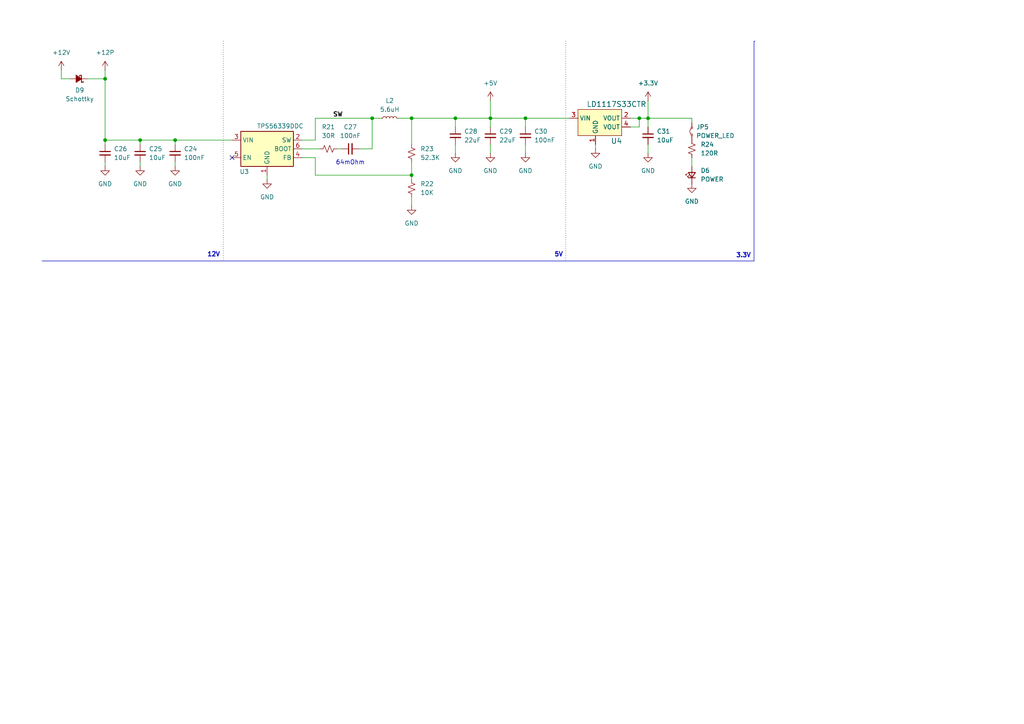
<source format=kicad_sch>
(kicad_sch (version 20250114) (generator "eeschema") (generator_version "9.0")
  (paper "A4")
  (title_block (title "LINBoard") (date "2025-08-11") (rev "V1") (company "Dingo Electronics") (comment 1 "Cory Grant"))
  (lib_symbols
    (symbol "Device:C_Small" (pin_numbers (hide yes)) (pin_names (offset 0.254) (hide yes))
      (property "Reference" "C" (at 0.254 1.778 0))
      (property "Value" "C_Small" (at 0.254 -2.032 0))
      (symbol "C_Small_0_1"
        (polyline (pts (xy -1.524 0.508) (xy 1.524 0.508)) (stroke (width 0.3048)))
        (polyline (pts (xy -1.524 -0.508) (xy 1.524 -0.508)) (stroke (width 0.3302)))
      )
      (symbol "C_Small_1_1"
        (pin passive line (at 0 2.54 270) (length 2.032) (name "~") (number "1"))
        (pin passive line (at 0 -2.54 90) (length 2.032) (name "~") (number "2"))
      )
    )
    (symbol "Device:D_Schottky_Small_Filled" (pin_numbers (hide yes)) (pin_names (offset 0.254) (hide yes))
      (property "Reference" "D" (at -1.27 2.032 0))
      (property "Value" "D_Schottky_Small_Filled" (at -7.112 -2.032 0))
      (symbol "D_Schottky_Small_Filled_0_1"
        (polyline (pts (xy -1.27 0.762) (xy -1.27 1.016) (xy -0.762 1.016) (xy -0.762 -1.016) (xy -0.254 -1.016) (xy -0.254 -0.762)) (stroke (width 0.254)))
        (polyline (pts (xy -0.762 0) (xy 0.762 0)))
        (polyline (pts (xy 0.762 -1.016) (xy -0.762 0) (xy 0.762 1.016) (xy 0.762 -1.016)) (stroke (width 0.254)) (fill (type outline)))
      )
      (symbol "D_Schottky_Small_Filled_1_1"
        (pin passive line (at -2.54 0 0) (length 1.778) (name "K") (number "1"))
        (pin passive line (at 2.54 0 180) (length 1.778) (name "A") (number "2"))
      )
    )
    (symbol "Device:LED_Small" (pin_numbers (hide yes)) (pin_names (offset 0.254) (hide yes))
      (property "Reference" "D" (at -1.27 3.175 0))
      (property "Value" "LED_Small" (at -4.445 -2.54 0))
      (symbol "LED_Small_0_1"
        (polyline (pts (xy -0.762 -1.016) (xy -0.762 1.016)) (stroke (width 0.254)))
        (polyline (pts (xy 0 0.762) (xy -0.508 1.27) (xy -0.254 1.27) (xy -0.508 1.27) (xy -0.508 1.016)))
        (polyline (pts (xy 0.508 1.27) (xy 0 1.778) (xy 0.254 1.778) (xy 0 1.778) (xy 0 1.524)))
        (polyline (pts (xy 0.762 -1.016) (xy -0.762 0) (xy 0.762 1.016) (xy 0.762 -1.016)) (stroke (width 0.254)))
        (polyline (pts (xy 1.016 0) (xy -0.762 0)))
      )
      (symbol "LED_Small_1_1"
        (pin passive line (at -2.54 0 0) (length 1.778) (name "K") (number "1"))
        (pin passive line (at 2.54 0 180) (length 1.778) (name "A") (number "2"))
      )
    )
    (symbol "Device:L_Small" (pin_numbers (hide yes)) (pin_names (offset 0.254) (hide yes))
      (property "Reference" "L" (at 0.762 1.016 0))
      (property "Value" "L_Small" (at 0.762 -1.016 0))
      (symbol "L_Small_0_1"
        (arc (start 0 2.032) (mid 0.5058 1.524) (end 0 1.016))
        (arc (start 0 1.016) (mid 0.5058 0.508) (end 0 0))
        (arc (start 0 0) (mid 0.5058 -0.508) (end 0 -1.016))
        (arc (start 0 -1.016) (mid 0.5058 -1.524) (end 0 -2.032))
      )
      (symbol "L_Small_1_1"
        (pin passive line (at 0 2.54 270) (length 0.508) (name "~") (number "1"))
        (pin passive line (at 0 -2.54 90) (length 0.508) (name "~") (number "2"))
      )
    )
    (symbol "Device:R_Small_US" (pin_numbers (hide yes)) (pin_names (offset 0.254) (hide yes))
      (property "Reference" "R" (at 0.762 0.508 0))
      (property "Value" "R_Small_US" (at 0.762 -1.016 0))
      (symbol "R_Small_US_1_1"
        (polyline (pts (xy 0 1.524) (xy 1.016 1.143) (xy 0 0.762) (xy -1.016 0.381) (xy 0 0)))
        (polyline (pts (xy 0 0) (xy 1.016 -0.381) (xy 0 -0.762) (xy -1.016 -1.143) (xy 0 -1.524)))
        (pin passive line (at 0 2.54 270) (length 1.016) (name "~") (number "1"))
        (pin passive line (at 0 -2.54 90) (length 1.016) (name "~") (number "2"))
      )
    )
    (symbol "Jumper:Jumper_2_Small_Bridged" (pin_numbers (hide yes)) (pin_names (offset 0) (hide yes))
      (property "Reference" "JP" (at 0 2.032 0))
      (property "Value" "Jumper_2_Small_Bridged" (at 0 -2.286 0))
      (symbol "Jumper_2_Small_Bridged_0_0"
        (circle (center -1.016 0) (radius 0.254))
        (circle (center 1.016 0) (radius 0.254))
      )
      (symbol "Jumper_2_Small_Bridged_0_1"
        (arc (start -0.762 0.254) (mid 0 0.5696) (end 0.762 0.254))
      )
      (symbol "Jumper_2_Small_Bridged_1_1"
        (pin passive line (at -2.54 0 0) (length 1.27) (name "A") (number "1"))
        (pin passive line (at 2.54 0 180) (length 1.27) (name "B") (number "2"))
      )
    )
    (symbol "Regulator_Switching:TPS56339DDC"
      (property "Reference" "U" (at -7.62 6.35 0))
      (property "Value" "TPS56339DDC" (at -2.54 6.35 0))
      (symbol "TPS56339DDC_0_1"
        (rectangle (start -7.62 5.08) (end 7.62 -5.08) (stroke (width 0.254)) (fill (type background)))
      )
      (symbol "TPS56339DDC_1_1"
        (pin power_in line (at -10.16 2.54 0) (length 2.54) (name "VIN") (number "3"))
        (pin input line (at -10.16 -2.54 0) (length 2.54) (name "EN") (number "5"))
        (pin power_in line (at 0 -7.62 90) (length 2.54) (name "GND") (number "1"))
        (pin power_out line (at 10.16 2.54 180) (length 2.54) (name "SW") (number "2"))
        (pin passive line (at 10.16 0 180) (length 2.54) (name "BOOT") (number "6"))
        (pin input line (at 10.16 -2.54 180) (length 2.54) (name "FB") (number "4"))
      )
    )
    (symbol "dk_PMIC-Voltage-Regulators-Linear:LD1117S33CTR"
      (property "Reference" "U" (at 1.27 3.81 0))
      (property "Value" "LD1117S33CTR" (at 1.27 6.35 0))
      (symbol "LD1117S33CTR_1_1"
        (rectangle (start -5.08 2.54) (end 7.62 -5.08) (fill (type background)))
        (pin power_in line (at -7.62 0 0) (length 2.54) (name "VIN") (number "3"))
        (pin power_in line (at 0 -7.62 90) (length 2.54) (name "GND") (number "1"))
        (pin power_out line (at 10.16 0 180) (length 2.54) (name "VOUT") (number "2"))
        (pin power_out line (at 10.16 -2.54 180) (length 2.54) (name "VOUT") (number "4"))
      )
    )
    (symbol "power:+12P" (power) (pin_numbers (hide yes)) (pin_names (offset 0) (hide yes))
      (property "Value" "+12P" (at 0 3.556 0))
      (symbol "+12P_0_1"
        (polyline (pts (xy -0.762 1.27) (xy 0 2.54)))
        (polyline (pts (xy 0 2.54) (xy 0.762 1.27)))
        (polyline (pts (xy 0 0) (xy 0 2.54)))
      )
      (symbol "+12P_1_1"
        (pin power_in line (at 0 0 90) (length 0) (name "~") (number "1"))
      )
    )
    (symbol "power:+12V" (power) (pin_numbers (hide yes)) (pin_names (offset 0) (hide yes))
      (property "Value" "+12V" (at 0 3.556 0))
      (symbol "+12V_0_1"
        (polyline (pts (xy -0.762 1.27) (xy 0 2.54)))
        (polyline (pts (xy 0 2.54) (xy 0.762 1.27)))
        (polyline (pts (xy 0 0) (xy 0 2.54)))
      )
      (symbol "+12V_1_1"
        (pin power_in line (at 0 0 90) (length 0) (name "~") (number "1"))
      )
    )
    (symbol "power:+3.3V" (power) (pin_numbers (hide yes)) (pin_names (offset 0) (hide yes))
      (property "Value" "+3.3V" (at 0 3.556 0))
      (symbol "+3.3V_0_1"
        (polyline (pts (xy -0.762 1.27) (xy 0 2.54)))
        (polyline (pts (xy 0 2.54) (xy 0.762 1.27)))
        (polyline (pts (xy 0 0) (xy 0 2.54)))
      )
      (symbol "+3.3V_1_1"
        (pin power_in line (at 0 0 90) (length 0) (name "~") (number "1"))
      )
    )
    (symbol "power:+5V" (power) (pin_numbers (hide yes)) (pin_names (offset 0) (hide yes))
      (property "Value" "+5V" (at 0 3.556 0))
      (symbol "+5V_0_1"
        (polyline (pts (xy -0.762 1.27) (xy 0 2.54)))
        (polyline (pts (xy 0 2.54) (xy 0.762 1.27)))
        (polyline (pts (xy 0 0) (xy 0 2.54)))
      )
      (symbol "+5V_1_1"
        (pin power_in line (at 0 0 90) (length 0) (name "~") (number "1"))
      )
    )
    (symbol "power:GND" (power) (pin_numbers (hide yes)) (pin_names (offset 0) (hide yes))
      (property "Value" "GND" (at 0 -3.81 0))
      (symbol "GND_0_1"
        (polyline (pts (xy 0 0) (xy 0 -1.27) (xy 1.27 -1.27) (xy 0 -2.54) (xy -1.27 -1.27) (xy 0 -1.27)))
      )
      (symbol "GND_1_1"
        (pin power_in line (at 0 0 270) (length 0) (name "~") (number "1"))
      )
    )
  )
  (text "64mOhm" (at 101.6 47.244 0) (effects (font (size 1.27 1.27))))
  (text "5V" (at 162.052 73.914 0) (effects (font (size 1.27 1.27) (thickness 0.254) (bold yes))))
  (text "12V" (at 61.976 73.914 0) (effects (font (size 1.27 1.27) (thickness 0.254) (bold yes))))
  (text "3.3V" (at 215.646 74.168 0) (effects (font (size 1.27 1.27) (thickness 0.254) (bold yes))))
  (junction (at 152.4 34.29))
  (junction (at 40.64 40.64))
  (junction (at 132.08 34.29))
  (junction (at 30.48 22.86))
  (junction (at 119.38 50.8))
  (junction (at 185.42 34.29))
  (junction (at 107.95 34.29))
  (junction (at 50.8 40.64))
  (junction (at 142.24 34.29))
  (junction (at 30.48 40.64))
  (junction (at 187.96 34.29))
  (junction (at 119.38 34.29))
  (no_connect (at 67.31 45.72))
  (wire (pts (xy 187.96 34.29) (xy 187.96 36.83)))
  (wire (pts (xy 40.64 48.26) (xy 40.64 46.99)))
  (wire (pts (xy 119.38 34.29) (xy 119.38 41.91)))
  (wire (pts (xy 142.24 34.29) (xy 152.4 34.29)))
  (wire (pts (xy 119.38 34.29) (xy 132.08 34.29)))
  (wire (pts (xy 91.44 45.72) (xy 91.44 50.8)))
  (wire (pts (xy 87.63 45.72) (xy 91.44 45.72)))
  (wire (pts (xy 30.48 20.32) (xy 30.48 22.86)))
  (wire (pts (xy 200.66 45.72) (xy 200.66 48.26)))
  (polyline (pts (xy 164.084 11.938) (xy 164.084 75.438)) (stroke (width 0) (type dot)))
  (wire (pts (xy 87.63 40.64) (xy 91.44 40.64)))
  (polyline (pts (xy 12.192 75.692) (xy 218.694 75.692)))
  (wire (pts (xy 50.8 40.64) (xy 67.31 40.64)))
  (wire (pts (xy 187.96 44.45) (xy 187.96 41.91)))
  (wire (pts (xy 200.66 34.29) (xy 200.66 35.56)))
  (wire (pts (xy 172.72 43.18) (xy 172.72 41.91)))
  (wire (pts (xy 107.95 43.18) (xy 107.95 34.29)))
  (wire (pts (xy 107.95 34.29) (xy 110.49 34.29)))
  (wire (pts (xy 87.63 43.18) (xy 92.71 43.18)))
  (wire (pts (xy 50.8 48.26) (xy 50.8 46.99)))
  (wire (pts (xy 40.64 40.64) (xy 50.8 40.64)))
  (wire (pts (xy 142.24 34.29) (xy 132.08 34.29)))
  (wire (pts (xy 185.42 34.29) (xy 187.96 34.29)))
  (wire (pts (xy 132.08 44.45) (xy 132.08 41.91)))
  (wire (pts (xy 142.24 36.83) (xy 142.24 34.29)))
  (polyline (pts (xy 64.77 11.938) (xy 64.77 75.438)) (stroke (width 0) (type dot)))
  (wire (pts (xy 40.64 40.64) (xy 40.64 41.91)))
  (wire (pts (xy 30.48 48.26) (xy 30.48 46.99)))
  (wire (pts (xy 115.57 34.29) (xy 119.38 34.29)))
  (wire (pts (xy 97.79 43.18) (xy 99.06 43.18)))
  (wire (pts (xy 132.08 34.29) (xy 132.08 36.83)))
  (wire (pts (xy 152.4 34.29) (xy 165.1 34.29)))
  (wire (pts (xy 77.47 52.07) (xy 77.47 50.8)))
  (wire (pts (xy 119.38 50.8) (xy 119.38 52.07)))
  (wire (pts (xy 91.44 34.29) (xy 107.95 34.29)))
  (polyline (pts (xy 218.694 11.938) (xy 218.948 11.938)))
  (wire (pts (xy 17.78 20.32) (xy 17.78 22.86)))
  (wire (pts (xy 50.8 40.64) (xy 50.8 41.91)))
  (wire (pts (xy 30.48 40.64) (xy 30.48 41.91)))
  (wire (pts (xy 91.44 50.8) (xy 119.38 50.8)))
  (wire (pts (xy 185.42 34.29) (xy 182.88 34.29)))
  (wire (pts (xy 187.96 34.29) (xy 200.66 34.29)))
  (wire (pts (xy 119.38 57.15) (xy 119.38 59.69)))
  (wire (pts (xy 187.96 34.29) (xy 187.96 29.21)))
  (wire (pts (xy 182.88 36.83) (xy 185.42 36.83)))
  (wire (pts (xy 30.48 40.64) (xy 40.64 40.64)))
  (wire (pts (xy 17.78 22.86) (xy 20.32 22.86)))
  (wire (pts (xy 91.44 40.64) (xy 91.44 34.29)))
  (polyline (pts (xy 218.694 75.692) (xy 218.694 11.938)))
  (wire (pts (xy 142.24 44.45) (xy 142.24 41.91)))
  (wire (pts (xy 104.14 43.18) (xy 107.95 43.18)))
  (wire (pts (xy 30.48 22.86) (xy 30.48 40.64)))
  (wire (pts (xy 185.42 36.83) (xy 185.42 34.29)))
  (wire (pts (xy 142.24 29.21) (xy 142.24 34.29)))
  (wire (pts (xy 119.38 46.99) (xy 119.38 50.8)))
  (wire (pts (xy 152.4 44.45) (xy 152.4 41.91)))
  (wire (pts (xy 152.4 34.29) (xy 152.4 36.83)))
  (wire (pts (xy 25.4 22.86) (xy 30.48 22.86)))
  (label "SW" (at 96.52 34.29 0) (effects (font (thickness 0.254) (bold yes))))
  (symbol (lib_id "power:GND") (at 30.48 48.26 0) (unit 1)
    (property "Reference" "#PWR046" (effects (hide yes)))
    (property "Value" "GND" (at 30.48 53.34 0))
    (property "Description" "Power symbol creates a global label with name \"GND\" , ground" (effects (hide yes)))
  )
  (symbol (lib_id "power:GND") (at 119.38 59.69 0) (unit 1)
    (property "Reference" "#PWR052" (effects (hide yes)))
    (property "Value" "GND" (at 119.38 64.77 0))
    (property "Description" "Power symbol creates a global label with name \"GND\" , ground" (effects (hide yes)))
  )
  (symbol (lib_id "power:+5V") (at 142.24 29.21 0) (unit 1)
    (property "Reference" "#PWR057" (effects (hide yes)))
    (property "Value" "+5V" (at 142.24 24.13 0))
    (property "Description" "Power symbol creates a global label with name \"+5V\"" (effects (hide yes)))
  )
  (symbol (lib_id "Device:R_Small_US") (at 200.66 43.18 0) (unit 1)
    (property "Reference" "R24" (at 203.2 41.9099 0) (effects (justify left)))
    (property "Value" "120R" (at 203.2 44.4499 0) (effects (justify left)))
    (property "Footprint" "Resistor_SMD:R_0805_2012Metric" (effects (hide yes)))
    (property "Description" "Resistor, small US symbol" (effects (hide yes)))
    (property "LCSC Part" "C17437" (effects (hide yes)))
  )
  (symbol (lib_id "Device:R_Small_US") (at 95.25 43.18 90) (unit 1)
    (property "Reference" "R21" (at 95.25 36.83 90))
    (property "Value" "30R" (at 95.25 39.37 90))
    (property "Footprint" "Resistor_SMD:R_0805_2012Metric" (effects (hide yes)))
    (property "Description" "Resistor, small US symbol" (effects (hide yes)))
    (property "LCSC Part" "C325808" (effects (hide yes)))
  )
  (symbol (lib_id "Device:L_Small") (at 113.03 34.29 90) (unit 1)
    (property "Reference" "L2" (at 113.03 29.21 90))
    (property "Value" "5.6uH" (at 113.03 31.75 90))
    (property "Footprint" "Inductors_SMD:Wuerth_LHMI" (effects (hide yes)))
    (property "Description" "Inductor, small symbol" (effects (hide yes)))
    (property "LCSC Part" "C467062" (effects (hide yes)))
  )
  (symbol (lib_id "power:GND") (at 142.24 44.45 0) (unit 1)
    (property "Reference" "#PWR054" (effects (hide yes)))
    (property "Value" "GND" (at 142.24 49.53 0))
    (property "Description" "Power symbol creates a global label with name \"GND\" , ground" (effects (hide yes)))
  )
  (symbol (lib_id "Device:C_Small") (at 50.8 44.45 0) (unit 1)
    (property "Reference" "C24" (at 53.34 43.1862 0) (effects (justify left)))
    (property "Value" "100nF" (at 53.34 45.7262 0) (effects (justify left)))
    (property "Footprint" "Capacitor_SMD:C_0805_2012Metric" (effects (hide yes)))
    (property "Description" "Unpolarized capacitor, small symbol" (effects (hide yes)))
    (property "LCSC Part" "C49678" (effects (hide yes)))
  )
  (symbol (lib_id "Device:R_Small_US") (at 119.38 44.45 180) (unit 1)
    (property "Reference" "R23" (at 121.92 43.1799 0) (effects (justify right)))
    (property "Value" "52.3K" (at 121.92 45.7199 0) (effects (justify right)))
    (property "Footprint" "Resistor_SMD:R_0805_2012Metric" (effects (hide yes)))
    (property "Description" "Resistor, small US symbol" (effects (hide yes)))
    (property "LCSC Part" "C17740" (effects (hide yes)))
  )
  (symbol (lib_id "Device:C_Small") (at 101.6 43.18 90) (unit 1)
    (property "Reference" "C27" (at 101.6063 36.83 90))
    (property "Value" "100nF" (at 101.6063 39.37 90))
    (property "Footprint" "Capacitor_SMD:C_0805_2012Metric" (effects (hide yes)))
    (property "Description" "Unpolarized capacitor, small symbol" (effects (hide yes)))
    (property "LCSC Part" "C49678" (effects (hide yes)))
  )
  (symbol (lib_id "power:GND") (at 152.4 44.45 0) (unit 1)
    (property "Reference" "#PWR055" (effects (hide yes)))
    (property "Value" "GND" (at 152.4 49.53 0))
    (property "Description" "Power symbol creates a global label with name \"GND\" , ground" (effects (hide yes)))
  )
  (symbol (lib_id "Device:C_Small") (at 132.08 39.37 0) (unit 1)
    (property "Reference" "C28" (at 134.62 38.1062 0) (effects (justify left)))
    (property "Value" "22uF" (at 134.62 40.6462 0) (effects (justify left)))
    (property "Footprint" "Capacitor_SMD:C_0805_2012Metric" (effects (hide yes)))
    (property "Description" "Unpolarized capacitor, small symbol" (effects (hide yes)))
    (property "LCSC Part" "C45783" (effects (hide yes)))
  )
  (symbol (lib_id "Device:D_Schottky_Small_Filled") (at 22.86 22.86 180) (unit 1)
    (property "Reference" "D9" (at 23.114 26.162 0))
    (property "Value" "Schottky" (at 23.114 28.702 0))
    (property "Footprint" "Diode_SMD:D_SOD-123" (effects (hide yes)))
    (property "Description" "Schottky diode, small symbol, filled shape" (effects (hide yes)))
    (property "LCSC Part" "C179426" (effects (hide yes)))
  )
  (symbol (lib_id "power:GND") (at 187.96 44.45 0) (unit 1)
    (property "Reference" "#PWR060" (effects (hide yes)))
    (property "Value" "GND" (at 187.96 49.53 0))
    (property "Description" "Power symbol creates a global label with name \"GND\" , ground" (effects (hide yes)))
  )
  (symbol (lib_id "Device:R_Small_US") (at 119.38 54.61 180) (unit 1)
    (property "Reference" "R22" (at 121.92 53.3399 0) (effects (justify right)))
    (property "Value" "10K" (at 121.92 55.8799 0) (effects (justify right)))
    (property "Footprint" "Resistor_SMD:R_0805_2012Metric" (effects (hide yes)))
    (property "Description" "Resistor, small US symbol" (effects (hide yes)))
    (property "LCSC Part" "C17414" (effects (hide yes)))
  )
  (symbol (lib_id "power:+12V") (at 17.78 20.32 0) (unit 1)
    (property "Reference" "#PWR07" (effects (hide yes)))
    (property "Value" "+12V" (at 17.78 15.24 0))
    (property "Description" "Power symbol creates a global label with name \"+12V\"" (effects (hide yes)))
  )
  (symbol (lib_id "power:GND") (at 40.64 48.26 0) (unit 1)
    (property "Reference" "#PWR061" (effects (hide yes)))
    (property "Value" "GND" (at 40.64 53.34 0))
    (property "Description" "Power symbol creates a global label with name \"GND\" , ground" (effects (hide yes)))
  )
  (symbol (lib_id "power:GND") (at 132.08 44.45 0) (unit 1)
    (property "Reference" "#PWR053" (effects (hide yes)))
    (property "Value" "GND" (at 132.08 49.53 0))
    (property "Description" "Power symbol creates a global label with name \"GND\" , ground" (effects (hide yes)))
  )
  (symbol (lib_id "power:GND") (at 77.47 52.07 0) (unit 1)
    (property "Reference" "#PWR063" (effects (hide yes)))
    (property "Value" "GND" (at 77.47 57.15 0))
    (property "Description" "Power symbol creates a global label with name \"GND\" , ground" (effects (hide yes)))
  )
  (symbol (lib_id "Device:C_Small") (at 30.48 44.45 0) (unit 1)
    (property "Reference" "C26" (at 33.02 43.1862 0) (effects (justify left)))
    (property "Value" "10uF" (at 33.02 45.7262 0) (effects (justify left)))
    (property "Footprint" "Capacitor_SMD:C_0805_2012Metric" (effects (hide yes)))
    (property "Description" "Unpolarized capacitor, small symbol" (effects (hide yes)))
    (property "LCSC Part" "C15850" (effects (hide yes)))
  )
  (symbol (lib_id "Device:C_Small") (at 187.96 39.37 0) (unit 1)
    (property "Reference" "C31" (at 190.5 38.1062 0) (effects (justify left)))
    (property "Value" "10uF" (at 190.5 40.6462 0) (effects (justify left)))
    (property "Footprint" "Capacitor_SMD:C_0805_2012Metric" (effects (hide yes)))
    (property "Description" "Unpolarized capacitor, small symbol" (effects (hide yes)))
    (property "LCSC Part" "C15850" (effects (hide yes)))
  )
  (symbol (lib_id "Device:LED_Small") (at 200.66 50.8 90) (unit 1)
    (property "Reference" "D6" (at 203.2 49.4664 90) (effects (justify right)))
    (property "Value" "POWER" (at 203.2 52.0064 90) (effects (justify right)))
    (property "Footprint" "LED_SMD:LED_0805_2012Metric" (effects (hide yes)))
    (property "Description" "Light emitting diode, small symbol" (effects (hide yes)))
    (property "Sim.Pin" "1=K 2=A" (effects (hide yes)))
    (property "LCSC Part" "C2297" (effects (hide yes)))
  )
  (symbol (lib_id "Device:C_Small") (at 40.64 44.45 0) (unit 1)
    (property "Reference" "C25" (at 43.18 43.1862 0) (effects (justify left)))
    (property "Value" "10uF" (at 43.18 45.7262 0) (effects (justify left)))
    (property "Footprint" "Capacitor_SMD:C_0805_2012Metric" (effects (hide yes)))
    (property "Description" "Unpolarized capacitor, small symbol" (effects (hide yes)))
    (property "LCSC Part" "C15850" (effects (hide yes)))
  )
  (symbol (lib_id "Device:C_Small") (at 152.4 39.37 0) (unit 1)
    (property "Reference" "C30" (at 154.94 38.1062 0) (effects (justify left)))
    (property "Value" "100nF" (at 154.94 40.6462 0) (effects (justify left)))
    (property "Footprint" "Capacitor_SMD:C_0805_2012Metric" (effects (hide yes)))
    (property "Description" "Unpolarized capacitor, small symbol" (effects (hide yes)))
    (property "LCSC Part" "C49678" (effects (hide yes)))
  )
  (symbol (lib_id "dk_PMIC-Voltage-Regulators-Linear:LD1117S33CTR") (at 172.72 34.29 0) (unit 1)
    (property "Reference" "U4" (at 178.816 40.894 0) (effects (font (size 1.524 1.524))))
    (property "Value" "LD1117S33CTR" (at 178.816 30.226 0) (effects (font (size 1.524 1.524))))
    (property "Footprint" "digikey-footprints:SOT-223" (effects (hide yes)))
    (property "Datasheet" "http://www.st.com/content/ccc/resource/technical/document/datasheet/99/3b/7d/91/91/51/4b/be/CD00000544.pdf/files/CD00000544.pdf/jcr:content/translations/en.CD00000544.pdf" (effects (hide yes)))
    (property "Description" "IC REG LINEAR 3.3V 800MA SOT223" (effects (hide yes)))
    (property "Digi-Key_PN" "497-1241-1-ND" (effects (hide yes)))
    (property "MPN" "LD1117S33CTR" (effects (hide yes)))
    (property "Category" "Integrated Circuits (ICs)" (effects (hide yes)))
    (property "Family" "PMIC - Voltage Regulators - Linear" (effects (hide yes)))
    (property "DK_Datasheet_Link" "http://www.st.com/content/ccc/resource/technical/document/datasheet/99/3b/7d/91/91/51/4b/be/CD00000544.pdf/files/CD00000544.pdf/jcr:content/translations/en.CD00000544.pdf" (effects (hide yes)))
    (property "DK_Detail_Page" "/product-detail/en/stmicroelectronics/LD1117S33CTR/497-1241-1-ND/586241" (effects (hide yes)))
    (property "Description_1" "IC REG LINEAR 3.3V 800MA SOT223" (effects (hide yes)))
    (property "Manufacturer" "STMicroelectronics" (effects (hide yes)))
    (property "Status" "Active" (effects (hide yes)))
    (property "LCSC Part" "C35879" (effects (hide yes)))
  )
  (symbol (lib_id "Regulator_Switching:TPS56339DDC") (at 77.47 43.18 0) (unit 1)
    (property "Reference" "U3" (at 70.866 49.784 0))
    (property "Value" "TPS56339DDC" (at 81.28 36.576 0))
    (property "Footprint" "Package_TO_SOT_SMD:SOT-23-6" (effects (hide yes)))
    (property "Datasheet" "https://www.ti.com/lit/ds/symlink/tps56339.pdf" (effects (hide yes)))
    (property "Description" "4.5V to 24V Input, 3-A Output Synchronous Buck Converter, SOT-23-6" (effects (hide yes)))
    (property "LCSC Part" "C2071106" (effects (hide yes)))
  )
  (symbol (lib_id "power:+12P") (at 30.48 20.32 0) (unit 1)
    (property "Reference" "#PWR045" (effects (hide yes)))
    (property "Value" "+12P" (at 30.48 15.24 0))
    (property "Description" "Power symbol creates a global label with name \"+12P\"" (effects (hide yes)))
  )
  (symbol (lib_id "Jumper:Jumper_2_Small_Bridged") (at 200.66 38.1 90) (unit 1) (in_bom no)
    (property "Reference" "JP5" (at 201.93 36.8299 90) (effects (justify right)))
    (property "Value" "POWER_LED" (at 201.93 39.3699 90) (effects (justify right)))
    (property "Footprint" "Jumper:SolderJumper-2_P1.3mm_Bridged_RoundedPad1.0x1.5mm" (effects (hide yes)))
    (property "Description" "Jumper, 2-pole, small symbol, bridged" (effects (hide yes)))
  )
  (symbol (lib_id "power:+3.3V") (at 187.96 29.21 0) (unit 1)
    (property "Reference" "#PWR059" (effects (hide yes)))
    (property "Value" "+3.3V" (at 187.96 24.13 0))
    (property "Description" "Power symbol creates a global label with name \"+3.3V\"" (effects (hide yes)))
  )
  (symbol (lib_id "Device:C_Small") (at 142.24 39.37 0) (unit 1)
    (property "Reference" "C29" (at 144.78 38.1062 0) (effects (justify left)))
    (property "Value" "22uF" (at 144.78 40.6462 0) (effects (justify left)))
    (property "Footprint" "Capacitor_SMD:C_0805_2012Metric" (effects (hide yes)))
    (property "Description" "Unpolarized capacitor, small symbol" (effects (hide yes)))
    (property "LCSC Part" "C45783" (effects (hide yes)))
  )
  (symbol (lib_id "power:GND") (at 200.66 53.34 0) (unit 1)
    (property "Reference" "#PWR064" (effects (hide yes)))
    (property "Value" "GND" (at 200.66 58.42 0))
    (property "Description" "Power symbol creates a global label with name \"GND\" , ground" (effects (hide yes)))
  )
  (symbol (lib_id "power:GND") (at 172.72 43.18 0) (unit 1)
    (property "Reference" "#PWR056" (effects (hide yes)))
    (property "Value" "GND" (at 172.72 48.26 0))
    (property "Description" "Power symbol creates a global label with name \"GND\" , ground" (effects (hide yes)))
  )
  (symbol (lib_id "power:GND") (at 50.8 48.26 0) (unit 1)
    (property "Reference" "#PWR062" (effects (hide yes)))
    (property "Value" "GND" (at 50.8 53.34 0))
    (property "Description" "Power symbol creates a global label with name \"GND\" , ground" (effects (hide yes)))
  )
)
</source>
